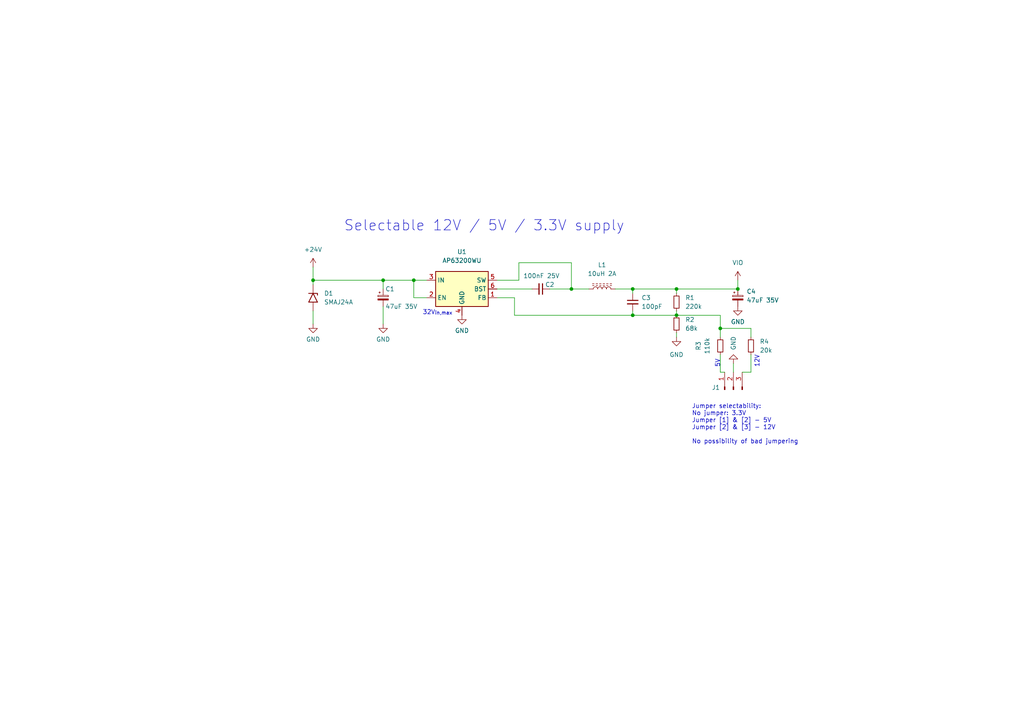
<source format=kicad_sch>
(kicad_sch (version 20211123) (generator eeschema)
  (paper "A4")
  (lib_symbols
    (symbol "AllConnectBaseboard:VIO" (power) (pin_names (offset 0))
      (property "Value" "VIO" (at 0 2.54 0))
      (symbol "VIO_0_0"
        (pin power_in line (at 0 0 90) (length 0) hide (name "VIO") (number "1"))
      )
      (symbol "VIO_0_1"
        (polyline (pts (xy -0.762 1.27) (xy 0 2.54)))
        (polyline (pts (xy 0 0) (xy 0 2.54)))
        (polyline (pts (xy 0 2.54) (xy 0.762 1.27)))
      )
    )
    (symbol "Connector:Conn_01x03_Male" (pin_names (offset 1.016) hide)
      (property "Reference" "J" (at 0 5.08 0))
      (property "Value" "Conn_01x03_Male" (at 0 -5.08 0))
      (symbol "Conn_01x03_Male_1_1"
        (polyline (pts (xy 1.27 -2.54) (xy 0.8636 -2.54)) (stroke (width 0.1524)))
        (polyline (pts (xy 1.27 0) (xy 0.8636 0)) (stroke (width 0.1524)))
        (polyline (pts (xy 1.27 2.54) (xy 0.8636 2.54)) (stroke (width 0.1524)))
        (rectangle (start 0.8636 -2.413) (end 0 -2.667) (stroke (width 0.1524)) (fill (type outline)))
        (rectangle (start 0.8636 0.127) (end 0 -0.127) (stroke (width 0.1524)) (fill (type outline)))
        (rectangle (start 0.8636 2.667) (end 0 2.413) (stroke (width 0.1524)) (fill (type outline)))
        (pin passive line (at 5.08 2.54 180) (length 3.81) (name "Pin_1") (number "1"))
        (pin passive line (at 5.08 0 180) (length 3.81) (name "Pin_2") (number "2"))
        (pin passive line (at 5.08 -2.54 180) (length 3.81) (name "Pin_3") (number "3"))
      )
    )
    (symbol "Device:C_Polarized_Small" (pin_numbers hide) (pin_names (offset 0.254) hide)
      (property "Reference" "C" (at 0.254 1.778 0))
      (property "Value" "C_Polarized_Small" (at 0.254 -2.032 0))
      (symbol "C_Polarized_Small_0_1"
        (rectangle (start -1.524 -0.3048) (end 1.524 -0.6858) (fill (type outline)))
        (rectangle (start -1.524 0.6858) (end 1.524 0.3048))
        (polyline (pts (xy -1.27 1.524) (xy -0.762 1.524)))
        (polyline (pts (xy -1.016 1.27) (xy -1.016 1.778)))
      )
      (symbol "C_Polarized_Small_1_1"
        (pin passive line (at 0 2.54 270) (length 1.8542) (name "~") (number "1"))
        (pin passive line (at 0 -2.54 90) (length 1.8542) (name "~") (number "2"))
      )
    )
    (symbol "Device:C_Small" (pin_numbers hide) (pin_names (offset 0.254) hide)
      (property "Reference" "C" (at 0.254 1.778 0))
      (property "Value" "C_Small" (at 0.254 -2.032 0))
      (symbol "C_Small_0_1"
        (polyline (pts (xy -1.524 -0.508) (xy 1.524 -0.508)) (stroke (width 0.3302)))
        (polyline (pts (xy -1.524 0.508) (xy 1.524 0.508)) (stroke (width 0.3048)))
      )
      (symbol "C_Small_1_1"
        (pin passive line (at 0 2.54 270) (length 2.032) (name "~") (number "1"))
        (pin passive line (at 0 -2.54 90) (length 2.032) (name "~") (number "2"))
      )
    )
    (symbol "Device:L_Ferrite" (pin_numbers hide) (pin_names (offset 1.016) hide)
      (property "Reference" "L" (at -1.27 0 90))
      (property "Value" "L_Ferrite" (at 2.794 0 90))
      (symbol "L_Ferrite_0_1"
        (arc (start 0 -2.54) (mid 0.635 -1.905) (end 0 -1.27))
        (arc (start 0 -1.27) (mid 0.635 -0.635) (end 0 0))
        (polyline (pts (xy 1.016 -2.794) (xy 1.016 -2.286)))
        (polyline (pts (xy 1.016 -1.778) (xy 1.016 -1.27)))
        (polyline (pts (xy 1.016 -0.762) (xy 1.016 -0.254)))
        (polyline (pts (xy 1.016 0.254) (xy 1.016 0.762)))
        (polyline (pts (xy 1.016 1.27) (xy 1.016 1.778)))
        (polyline (pts (xy 1.016 2.286) (xy 1.016 2.794)))
        (polyline (pts (xy 1.524 -2.286) (xy 1.524 -2.794)))
        (polyline (pts (xy 1.524 -1.27) (xy 1.524 -1.778)))
        (polyline (pts (xy 1.524 -0.254) (xy 1.524 -0.762)))
        (polyline (pts (xy 1.524 0.762) (xy 1.524 0.254)))
        (polyline (pts (xy 1.524 1.778) (xy 1.524 1.27)))
        (polyline (pts (xy 1.524 2.794) (xy 1.524 2.286)))
        (arc (start 0 0) (mid 0.635 0.635) (end 0 1.27))
        (arc (start 0 1.27) (mid 0.635 1.905) (end 0 2.54))
      )
      (symbol "L_Ferrite_1_1"
        (pin passive line (at 0 3.81 270) (length 1.27) (name "1") (number "1"))
        (pin passive line (at 0 -3.81 90) (length 1.27) (name "2") (number "2"))
      )
    )
    (symbol "Device:R_Small" (pin_numbers hide) (pin_names (offset 0.254) hide)
      (property "Reference" "R" (at 0.762 0.508 0))
      (property "Value" "R_Small" (at 0.762 -1.016 0))
      (symbol "R_Small_0_1"
        (rectangle (start -0.762 1.778) (end 0.762 -1.778) (stroke (width 0.2032)))
      )
      (symbol "R_Small_1_1"
        (pin passive line (at 0 2.54 270) (length 0.762) (name "~") (number "1"))
        (pin passive line (at 0 -2.54 90) (length 0.762) (name "~") (number "2"))
      )
    )
    (symbol "Diode:SM6T6V8A" (pin_numbers hide) (pin_names (offset 1.016) hide)
      (property "Reference" "D" (at 0 2.54 0))
      (property "Value" "SM6T6V8A" (at 0 -2.54 0))
      (symbol "SM6T6V8A_0_1"
        (polyline (pts (xy -0.762 1.27) (xy -1.27 1.27) (xy -1.27 -1.27)) (stroke (width 0.254)))
        (polyline (pts (xy 1.27 1.27) (xy 1.27 -1.27) (xy -1.27 0) (xy 1.27 1.27)) (stroke (width 0.254)))
      )
      (symbol "SM6T6V8A_1_1"
        (pin passive line (at -3.81 0 0) (length 2.54) (name "A1") (number "1"))
        (pin passive line (at 3.81 0 180) (length 2.54) (name "A2") (number "2"))
      )
    )
    (symbol "Regulator_Switching:AP63200WU"
      (property "Reference" "U" (at -7.62 6.35 0))
      (property "Value" "AP63200WU" (at 2.54 6.35 0))
      (symbol "AP63200WU_0_1"
        (rectangle (start -7.62 5.08) (end 7.62 -5.08) (stroke (width 0.254)) (fill (type background)))
      )
      (symbol "AP63200WU_1_1"
        (pin input line (at 10.16 -2.54 180) (length 2.54) (name "FB") (number "1"))
        (pin input line (at -10.16 -2.54 0) (length 2.54) (name "EN") (number "2"))
        (pin power_in line (at -10.16 2.54 0) (length 2.54) (name "IN") (number "3"))
        (pin power_in line (at 0 -7.62 90) (length 2.54) (name "GND") (number "4"))
        (pin output line (at 10.16 2.54 180) (length 2.54) (name "SW") (number "5"))
        (pin passive line (at 10.16 0 180) (length 2.54) (name "BST") (number "6"))
      )
    )
    (symbol "power:+24V" (power) (pin_names (offset 0))
      (property "Value" "+24V" (at 0 3.556 0))
      (symbol "+24V_0_1"
        (polyline (pts (xy -0.762 1.27) (xy 0 2.54)))
        (polyline (pts (xy 0 0) (xy 0 2.54)))
        (polyline (pts (xy 0 2.54) (xy 0.762 1.27)))
      )
      (symbol "+24V_1_1"
        (pin power_in line (at 0 0 90) (length 0) hide (name "+24V") (number "1"))
      )
    )
    (symbol "power:GND" (power) (pin_names (offset 0))
      (property "Value" "GND" (at 0 -3.81 0))
      (symbol "GND_0_1"
        (polyline (pts (xy 0 0) (xy 0 -1.27) (xy 1.27 -1.27) (xy 0 -2.54) (xy -1.27 -1.27) (xy 0 -1.27)))
      )
      (symbol "GND_1_1"
        (pin power_in line (at 0 0 270) (length 0) hide (name "GND") (number "1"))
      )
    )
  )
  (junction (at 183.515 91.44))
  (junction (at 111.125 81.28))
  (junction (at 120.015 81.28))
  (junction (at 208.915 95.25))
  (junction (at 213.995 83.82))
  (junction (at 90.805 81.28))
  (junction (at 196.215 83.82))
  (junction (at 165.735 83.82))
  (junction (at 183.515 83.82))
  (junction (at 196.215 91.44))
  (wire (pts (xy 123.825 86.36) (xy 120.015 86.36)))
  (wire (pts (xy 111.125 88.9) (xy 111.125 93.98)))
  (wire (pts (xy 150.495 81.28) (xy 150.495 76.2)))
  (wire (pts (xy 196.215 90.17) (xy 196.215 91.44)))
  (wire (pts (xy 217.805 95.25) (xy 208.915 95.25)))
  (wire (pts (xy 217.805 97.79) (xy 217.805 95.25)))
  (wire (pts (xy 213.995 81.28) (xy 213.995 83.82)))
  (wire (pts (xy 90.805 77.47) (xy 90.805 81.28)))
  (wire (pts (xy 212.725 107.95) (xy 212.725 105.41)))
  (wire (pts (xy 111.125 81.28) (xy 111.125 83.82)))
  (wire (pts (xy 196.215 83.82) (xy 213.995 83.82)))
  (wire (pts (xy 208.915 95.25) (xy 208.915 91.44)))
  (wire (pts (xy 217.805 107.95) (xy 217.805 102.87)))
  (wire (pts (xy 170.815 83.82) (xy 165.735 83.82)))
  (wire (pts (xy 149.225 86.36) (xy 149.225 91.44)))
  (wire (pts (xy 215.265 107.95) (xy 217.805 107.95)))
  (wire (pts (xy 149.225 91.44) (xy 183.515 91.44)))
  (wire (pts (xy 183.515 90.17) (xy 183.515 91.44)))
  (wire (pts (xy 196.215 96.52) (xy 196.215 97.79)))
  (wire (pts (xy 90.805 81.28) (xy 90.805 82.55)))
  (wire (pts (xy 208.915 102.87) (xy 208.915 107.95)))
  (wire (pts (xy 111.125 81.28) (xy 120.015 81.28)))
  (wire (pts (xy 183.515 83.82) (xy 196.215 83.82)))
  (wire (pts (xy 120.015 86.36) (xy 120.015 81.28)))
  (wire (pts (xy 196.215 83.82) (xy 196.215 85.09)))
  (wire (pts (xy 183.515 83.82) (xy 183.515 85.09)))
  (wire (pts (xy 208.915 97.79) (xy 208.915 95.25)))
  (wire (pts (xy 208.915 107.95) (xy 210.185 107.95)))
  (wire (pts (xy 165.735 76.2) (xy 165.735 83.82)))
  (wire (pts (xy 90.805 90.17) (xy 90.805 93.98)))
  (wire (pts (xy 120.015 81.28) (xy 123.825 81.28)))
  (wire (pts (xy 178.435 83.82) (xy 183.515 83.82)))
  (wire (pts (xy 144.145 81.28) (xy 150.495 81.28)))
  (wire (pts (xy 144.145 83.82) (xy 154.305 83.82)))
  (wire (pts (xy 150.495 76.2) (xy 165.735 76.2)))
  (wire (pts (xy 90.805 81.28) (xy 111.125 81.28)))
  (wire (pts (xy 159.385 83.82) (xy 165.735 83.82)))
  (wire (pts (xy 144.145 86.36) (xy 149.225 86.36)))
  (wire (pts (xy 208.915 91.44) (xy 196.215 91.44)))
  (wire (pts (xy 183.515 91.44) (xy 196.215 91.44)))
  (text "Selectable 12V / 5V / 3.3V supply" (at 99.695 67.31 0) (effects (font (size 3 3)) (justify left bottom)))
  (text "12V" (at 220.345 106.68 90) (effects (font (size 1.27 1.27)) (justify left bottom)))
  (text "32V_{in,max}" (at 122.555 91.44 0) (effects (font (size 1.27 1.27)) (justify left bottom)))
  (text "5V" (at 208.915 106.68 90) (effects (font (size 1.27 1.27)) (justify left bottom)))
  (text "Jumper selectability:\nNo jumper: 3.3V\nJumper [1] & [2] - 5V\nJumper [2] & [3] - 12V\n\nNo possibility of bad jumpering" (at 200.66 128.905 0) (effects (font (size 1.27 1.27)) (justify left bottom)))
  (symbol (lib_id "Regulator_Switching:AP63200WU") (at 133.985 83.82 0) (unit 1)
    (property "Reference" "U1" (at 133.985 73.025 0))
    (property "Value" "AP63200WU" (at 133.985 75.565 0))
    (property "Footprint" "Package_TO_SOT_SMD:TSOT-23-6" (effects hide))
    (property "Datasheet" "https://www.diodes.com/assets/Datasheets/AP63200-AP63201-AP63203-AP63205.pdf" (effects hide))
  )
  (symbol (lib_id "Device:R_Small") (at 217.805 100.33 0) (unit 1)
    (property "Reference" "R4" (at 220.345 99.0599 0) (effects (justify left)))
    (property "Value" "20k" (at 220.345 101.5999 0) (effects (justify left)))
    (property "Footprint" "Resistor_SMD:R_0603_1608Metric" (effects hide))
  )
  (symbol (lib_id "Device:C_Small") (at 156.845 83.82 270) (mirror x) (unit 1)
    (property "Reference" "C2" (at 158.115 82.55 90) (effects (justify left)))
    (property "Value" "100nF 25V" (at 151.765 80.01 90) (effects (justify left)))
    (property "Footprint" "Capacitor_SMD:C_0603_1608Metric" (effects hide))
    (property "MPN" "CL10B104KB8NNWC" (effects hide))
    (property "MPNA1" "CL10B104KB8NNNC" (effects hide))
  )
  (symbol (lib_id "power:+24V") (at 90.805 77.47 0) (unit 1)
    (property "Reference" "#PWR?" (effects hide))
    (property "Value" "+24V" (at 90.805 72.39 0))
  )
  (symbol (lib_id "Device:R_Small") (at 196.215 87.63 0) (unit 1)
    (property "Reference" "R1" (at 198.755 86.3599 0) (effects (justify left)))
    (property "Value" "220k" (at 198.755 88.8999 0) (effects (justify left)))
    (property "Footprint" "Resistor_SMD:R_0603_1608Metric" (effects hide))
  )
  (symbol (lib_id "AllConnectBaseboard:VIO") (at 213.995 81.28 0) (unit 1)
    (property "Reference" "#PWR07" (effects hide))
    (property "Value" "VIO" (at 213.995 76.2 0))
  )
  (symbol (lib_id "Diode:SM6T6V8A") (at 90.805 86.36 270) (unit 1)
    (property "Reference" "D1" (at 93.98 85.0899 90) (effects (justify left)))
    (property "Value" "SMAJ24A" (at 93.98 87.6299 90) (effects (justify left)))
    (property "Footprint" "Diode_SMD:D_SMA" (effects hide))
  )
  (symbol (lib_id "Device:L_Ferrite") (at 174.625 83.82 90) (unit 1)
    (property "Reference" "L1" (at 174.625 76.835 90))
    (property "Value" "10uH 2A" (at 174.625 79.375 90))
    (property "Footprint" "Inductor_SMD:L_Taiyo-Yuden_NR-50xx" (effects hide))
    (property "MPN" "NRS5040T100MMGJ" (effects hide))
  )
  (symbol (lib_id "Device:C_Polarized_Small") (at 111.125 86.36 0) (unit 1)
    (property "Reference" "C1" (at 111.76 83.82 0) (effects (justify left)))
    (property "Value" "47uF 35V" (at 111.76 88.9 0) (effects (justify left)))
    (property "Footprint" "Capacitor_SMD:CP_Elec_6.3x5.4" (effects hide))
    (property "MPN" "RVT47UF35V67RV0039" (effects hide))
  )
  (symbol (lib_id "power:GND") (at 111.125 93.98 0) (unit 1)
    (property "Reference" "#PWR03" (effects hide))
    (property "Value" "GND" (at 111.125 98.425 0))
  )
  (symbol (lib_id "Connector:Conn_01x03_Male") (at 212.725 113.03 90) (unit 1)
    (property "Reference" "J1" (at 207.645 112.395 90))
    (property "Value" "Conn_01x03_Male" (effects hide))
    (property "Footprint" "Connector_PinHeader_2.54mm:PinHeader_1x03_P2.54mm_Vertical" (effects hide))
  )
  (symbol (lib_id "power:GND") (at 90.805 93.98 0) (unit 1)
    (property "Reference" "#PWR02" (effects hide))
    (property "Value" "GND" (at 90.805 98.425 0))
  )
  (symbol (lib_id "power:GND") (at 212.725 105.41 180) (unit 1)
    (property "Reference" "#PWR06" (effects hide))
    (property "Value" "GND" (at 212.7249 101.6 90) (effects (justify right)))
  )
  (symbol (lib_id "Device:R_Small") (at 208.915 100.33 180) (unit 1)
    (property "Reference" "R3" (at 202.565 100.33 90))
    (property "Value" "110k" (at 205.105 100.33 90))
    (property "Footprint" "Resistor_SMD:R_0603_1608Metric" (effects hide))
  )
  (symbol (lib_id "Device:C_Polarized_Small") (at 213.995 86.36 0) (unit 1)
    (property "Reference" "C4" (at 216.535 84.5438 0) (effects (justify left)))
    (property "Value" "47uF 35V" (at 216.535 87.0838 0) (effects (justify left)))
    (property "Footprint" "Capacitor_SMD:CP_Elec_6.3x5.4" (effects hide))
    (property "MPN" "RVT47UF35V67RV0039" (effects hide))
  )
  (symbol (lib_id "power:GND") (at 213.995 88.9 0) (unit 1)
    (property "Reference" "#PWR08" (effects hide))
    (property "Value" "GND" (at 213.995 93.345 0))
  )
  (symbol (lib_id "power:GND") (at 133.985 91.44 0) (unit 1)
    (property "Reference" "#PWR04" (effects hide))
    (property "Value" "GND" (at 133.985 95.885 0))
  )
  (symbol (lib_id "Device:R_Small") (at 196.215 93.98 0) (unit 1)
    (property "Reference" "R2" (at 198.755 92.7099 0) (effects (justify left)))
    (property "Value" "68k" (at 198.755 95.2499 0) (effects (justify left)))
    (property "Footprint" "Resistor_SMD:R_0603_1608Metric" (effects hide))
  )
  (symbol (lib_id "Device:C_Small") (at 183.515 87.63 0) (unit 1)
    (property "Reference" "C3" (at 186.055 86.3662 0) (effects (justify left)))
    (property "Value" "100pF" (at 186.055 88.9062 0) (effects (justify left)))
    (property "Footprint" "Capacitor_SMD:C_0603_1608Metric" (effects hide))
  )
  (symbol (lib_id "power:GND") (at 196.215 97.79 0) (unit 1)
    (property "Reference" "#PWR05" (effects hide))
    (property "Value" "GND" (at 196.215 102.87 0))
  )
)
</source>
